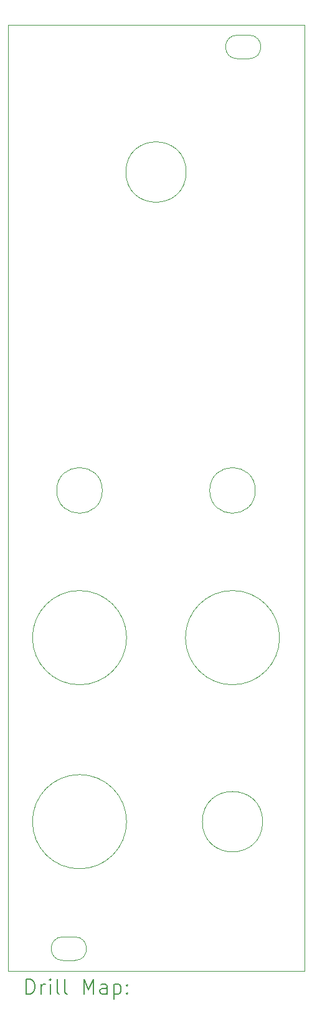
<source format=gbr>
%FSLAX45Y45*%
G04 Gerber Fmt 4.5, Leading zero omitted, Abs format (unit mm)*
G04 Created by KiCad (PCBNEW (6.0.1)) date 2023-06-21 18:59:22*
%MOMM*%
%LPD*%
G01*
G04 APERTURE LIST*
%TA.AperFunction,Profile*%
%ADD10C,0.100000*%
%TD*%
%ADD11C,0.200000*%
G04 APERTURE END LIST*
D10*
X5270000Y-4000000D02*
X9300000Y-4000000D01*
X6180000Y-16710312D02*
G75*
G03*
X6180000Y-16389688I0J160312D01*
G01*
X6020000Y-16389688D02*
G75*
G03*
X6020000Y-16710312I0J-160312D01*
G01*
X8735000Y-14825000D02*
G75*
G03*
X8735000Y-14825000I-410000J0D01*
G01*
X8965000Y-12325000D02*
G75*
G03*
X8965000Y-12325000I-640000J0D01*
G01*
X8390000Y-4139922D02*
G75*
G03*
X8390000Y-4460078I0J-160078D01*
G01*
X8550000Y-4139922D02*
X8390000Y-4139922D01*
X9300000Y-16850000D02*
X5270000Y-16850000D01*
X8550000Y-4460078D02*
X8390000Y-4460078D01*
X9300000Y-4000000D02*
X9300000Y-16850000D01*
X5270000Y-16850000D02*
X5270000Y-4000000D01*
X6020000Y-16389688D02*
X6180000Y-16389688D01*
X6885000Y-14825000D02*
G75*
G03*
X6885000Y-14825000I-640000J0D01*
G01*
X6885000Y-12325000D02*
G75*
G03*
X6885000Y-12325000I-640000J0D01*
G01*
X7695000Y-6000000D02*
G75*
G03*
X7695000Y-6000000I-410000J0D01*
G01*
X6020000Y-16710312D02*
X6180000Y-16710312D01*
X8550000Y-4460078D02*
G75*
G03*
X8550000Y-4139922I0J160078D01*
G01*
X8635000Y-10325000D02*
G75*
G03*
X8635000Y-10325000I-310000J0D01*
G01*
X6555000Y-10325000D02*
G75*
G03*
X6555000Y-10325000I-310000J0D01*
G01*
D11*
X5522619Y-17165476D02*
X5522619Y-16965476D01*
X5570238Y-16965476D01*
X5598809Y-16975000D01*
X5617857Y-16994048D01*
X5627381Y-17013095D01*
X5636905Y-17051190D01*
X5636905Y-17079762D01*
X5627381Y-17117857D01*
X5617857Y-17136905D01*
X5598809Y-17155952D01*
X5570238Y-17165476D01*
X5522619Y-17165476D01*
X5722619Y-17165476D02*
X5722619Y-17032143D01*
X5722619Y-17070238D02*
X5732143Y-17051190D01*
X5741667Y-17041667D01*
X5760714Y-17032143D01*
X5779762Y-17032143D01*
X5846428Y-17165476D02*
X5846428Y-17032143D01*
X5846428Y-16965476D02*
X5836905Y-16975000D01*
X5846428Y-16984524D01*
X5855952Y-16975000D01*
X5846428Y-16965476D01*
X5846428Y-16984524D01*
X5970238Y-17165476D02*
X5951190Y-17155952D01*
X5941667Y-17136905D01*
X5941667Y-16965476D01*
X6075000Y-17165476D02*
X6055952Y-17155952D01*
X6046428Y-17136905D01*
X6046428Y-16965476D01*
X6303571Y-17165476D02*
X6303571Y-16965476D01*
X6370238Y-17108333D01*
X6436905Y-16965476D01*
X6436905Y-17165476D01*
X6617857Y-17165476D02*
X6617857Y-17060714D01*
X6608333Y-17041667D01*
X6589286Y-17032143D01*
X6551190Y-17032143D01*
X6532143Y-17041667D01*
X6617857Y-17155952D02*
X6598809Y-17165476D01*
X6551190Y-17165476D01*
X6532143Y-17155952D01*
X6522619Y-17136905D01*
X6522619Y-17117857D01*
X6532143Y-17098810D01*
X6551190Y-17089286D01*
X6598809Y-17089286D01*
X6617857Y-17079762D01*
X6713095Y-17032143D02*
X6713095Y-17232143D01*
X6713095Y-17041667D02*
X6732143Y-17032143D01*
X6770238Y-17032143D01*
X6789286Y-17041667D01*
X6798809Y-17051190D01*
X6808333Y-17070238D01*
X6808333Y-17127381D01*
X6798809Y-17146429D01*
X6789286Y-17155952D01*
X6770238Y-17165476D01*
X6732143Y-17165476D01*
X6713095Y-17155952D01*
X6894048Y-17146429D02*
X6903571Y-17155952D01*
X6894048Y-17165476D01*
X6884524Y-17155952D01*
X6894048Y-17146429D01*
X6894048Y-17165476D01*
X6894048Y-17041667D02*
X6903571Y-17051190D01*
X6894048Y-17060714D01*
X6884524Y-17051190D01*
X6894048Y-17041667D01*
X6894048Y-17060714D01*
M02*

</source>
